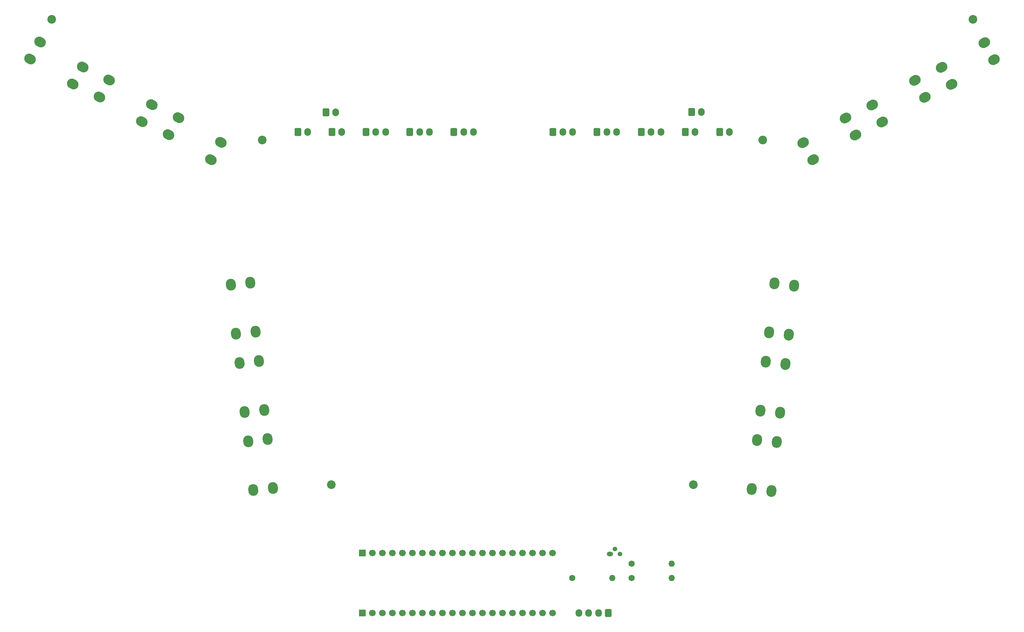
<source format=gbr>
%TF.GenerationSoftware,KiCad,Pcbnew,(6.0.1)*%
%TF.CreationDate,2022-11-23T14:03:38+01:00*%
%TF.ProjectId,992 GT3R PCB 2,39393220-4754-4335-9220-50434220322e,rev?*%
%TF.SameCoordinates,Original*%
%TF.FileFunction,Soldermask,Bot*%
%TF.FilePolarity,Negative*%
%FSLAX46Y46*%
G04 Gerber Fmt 4.6, Leading zero omitted, Abs format (unit mm)*
G04 Created by KiCad (PCBNEW (6.0.1)) date 2022-11-23 14:03:38*
%MOMM*%
%LPD*%
G01*
G04 APERTURE LIST*
G04 Aperture macros list*
%AMRoundRect*
0 Rectangle with rounded corners*
0 $1 Rounding radius*
0 $2 $3 $4 $5 $6 $7 $8 $9 X,Y pos of 4 corners*
0 Add a 4 corners polygon primitive as box body*
4,1,4,$2,$3,$4,$5,$6,$7,$8,$9,$2,$3,0*
0 Add four circle primitives for the rounded corners*
1,1,$1+$1,$2,$3*
1,1,$1+$1,$4,$5*
1,1,$1+$1,$6,$7*
1,1,$1+$1,$8,$9*
0 Add four rect primitives between the rounded corners*
20,1,$1+$1,$2,$3,$4,$5,0*
20,1,$1+$1,$4,$5,$6,$7,0*
20,1,$1+$1,$6,$7,$8,$9,0*
20,1,$1+$1,$8,$9,$2,$3,0*%
%AMHorizOval*
0 Thick line with rounded ends*
0 $1 width*
0 $2 $3 position (X,Y) of the first rounded end (center of the circle)*
0 $4 $5 position (X,Y) of the second rounded end (center of the circle)*
0 Add line between two ends*
20,1,$1,$2,$3,$4,$5,0*
0 Add two circle primitives to create the rounded ends*
1,1,$1,$2,$3*
1,1,$1,$4,$5*%
G04 Aperture macros list end*
%ADD10C,2.200000*%
%ADD11HorizOval,2.500000X0.216069X0.125755X-0.216069X-0.125755X0*%
%ADD12HorizOval,2.500000X0.027434X0.248490X-0.027434X-0.248490X0*%
%ADD13HorizOval,2.500000X0.026566X-0.248584X-0.026566X0.248584X0*%
%ADD14HorizOval,2.500000X0.216069X-0.125755X-0.216069X0.125755X0*%
%ADD15C,1.600000*%
%ADD16O,1.600000X1.600000*%
%ADD17RoundRect,0.250000X-0.600000X-0.750000X0.600000X-0.750000X0.600000X0.750000X-0.600000X0.750000X0*%
%ADD18O,1.700000X2.000000*%
%ADD19RoundRect,0.250000X-0.600000X-0.725000X0.600000X-0.725000X0.600000X0.725000X-0.600000X0.725000X0*%
%ADD20O,1.700000X1.950000*%
%ADD21RoundRect,0.250000X0.600000X0.725000X-0.600000X0.725000X-0.600000X-0.725000X0.600000X-0.725000X0*%
%ADD22O,1.600000X1.200000*%
%ADD23O,1.200000X1.200000*%
%ADD24C,1.700000*%
%ADD25R,1.700000X1.700000*%
G04 APERTURE END LIST*
D10*
%TO.C,H4*%
X194260000Y67320000D03*
%TD*%
D11*
%TO.C,SW11*%
X250433435Y170037749D03*
X239630000Y163750000D03*
X252948535Y165716375D03*
X242145100Y159428626D03*
%TD*%
D10*
%TO.C,H5*%
X265210000Y185510000D03*
%TD*%
D12*
%TO.C,SW9*%
X214800938Y118446592D03*
X213429259Y106022080D03*
X219770743Y117897920D03*
X218399064Y105473408D03*
%TD*%
D13*
%TO.C,SW6*%
X87549996Y66481048D03*
X86221695Y78910272D03*
X81250005Y78378952D03*
X82578306Y65949727D03*
%TD*%
D14*
%TO.C,SW3*%
X74349267Y154256813D03*
X63545832Y160544562D03*
X71834167Y149935439D03*
X61030732Y156223188D03*
%TD*%
D13*
%TO.C,SW5*%
X84011695Y98750272D03*
X85339996Y86321048D03*
X79040005Y98218952D03*
X80368306Y85789727D03*
%TD*%
D10*
%TO.C,H1*%
X31430000Y185510000D03*
%TD*%
D15*
%TO.C,R3*%
X178550000Y47255000D03*
D16*
X188710000Y47255000D03*
%TD*%
D10*
%TO.C,H6*%
X211840000Y154900000D03*
%TD*%
D15*
%TO.C,R1*%
X163480000Y43630000D03*
D16*
X173640000Y43630000D03*
%TD*%
D14*
%TO.C,SW2*%
X56809267Y163866813D03*
X46005832Y170154562D03*
X54294167Y159545439D03*
X43490732Y165833188D03*
%TD*%
D11*
%TO.C,SW10*%
X232873435Y160494561D03*
X222070000Y154206812D03*
X224585100Y149885438D03*
X235388535Y156173187D03*
%TD*%
D13*
%TO.C,SW4*%
X83149996Y106221048D03*
X81821695Y118650272D03*
X78178306Y105689727D03*
X76850005Y118118952D03*
%TD*%
D14*
%TO.C,SW1*%
X39259267Y173456813D03*
X28455832Y179744562D03*
X25940732Y175423188D03*
X36744167Y169135439D03*
%TD*%
D15*
%TO.C,R2*%
X178590000Y43655000D03*
D16*
X188750000Y43655000D03*
%TD*%
D12*
%TO.C,SW8*%
X211239259Y86152080D03*
X212610938Y98576592D03*
X217580743Y98027920D03*
X216209064Y85603408D03*
%TD*%
D10*
%TO.C,H2*%
X84800000Y154900000D03*
%TD*%
%TO.C,H3*%
X102380000Y67330000D03*
%TD*%
D12*
%TO.C,SW7*%
X209059259Y66272080D03*
X210430938Y78696592D03*
X214029064Y65723408D03*
X215400743Y78147920D03*
%TD*%
D11*
%TO.C,SW12*%
X257210000Y173330000D03*
X268013435Y179617749D03*
X270528535Y175296375D03*
X259725100Y169008626D03*
%TD*%
D17*
%TO.C,J1*%
X93880000Y156905000D03*
D18*
X96380000Y156905000D03*
%TD*%
D19*
%TO.C,J5*%
X111130000Y156905000D03*
D20*
X113630000Y156905000D03*
X116130000Y156905000D03*
%TD*%
D21*
%TO.C,USBin1*%
X172670000Y34720000D03*
D20*
X170170000Y34720000D03*
X167670000Y34720000D03*
X165170000Y34720000D03*
%TD*%
D17*
%TO.C,J12*%
X100990000Y161950000D03*
D18*
X103490000Y161950000D03*
%TD*%
D19*
%TO.C,J6*%
X180980000Y156930000D03*
D20*
X183480000Y156930000D03*
X185980000Y156930000D03*
%TD*%
D22*
%TO.C,Q1*%
X173019724Y49714724D03*
D23*
X174289724Y50984724D03*
X175559724Y49714724D03*
%TD*%
D19*
%TO.C,J10*%
X169755000Y156930000D03*
D20*
X172255000Y156930000D03*
X174755000Y156930000D03*
%TD*%
D19*
%TO.C,J8*%
X133440000Y156885000D03*
D20*
X135940000Y156885000D03*
X138440000Y156885000D03*
%TD*%
D19*
%TO.C,J9*%
X158605000Y156905000D03*
D20*
X161105000Y156905000D03*
X163605000Y156905000D03*
%TD*%
D19*
%TO.C,J7*%
X122260000Y156895000D03*
D20*
X124760000Y156895000D03*
X127260000Y156895000D03*
%TD*%
D17*
%TO.C,J11*%
X193780000Y162000000D03*
D18*
X196280000Y162000000D03*
%TD*%
D17*
%TO.C,J4*%
X200880000Y156930000D03*
D18*
X203380000Y156930000D03*
%TD*%
D17*
%TO.C,J3*%
X192180000Y156930000D03*
D18*
X194680000Y156930000D03*
%TD*%
D24*
%TO.C,U1*%
X158500000Y50000000D03*
X155960000Y50000000D03*
X153420000Y50000000D03*
X150880000Y50000000D03*
X148340000Y50000000D03*
X145800000Y50000000D03*
X143260000Y50000000D03*
X140720000Y50000000D03*
X138180000Y50000000D03*
X135640000Y50000000D03*
X133100000Y50000000D03*
X130560000Y50000000D03*
X128020000Y50000000D03*
X125480000Y50000000D03*
X122940000Y50000000D03*
X120400000Y50000000D03*
X117860000Y50000000D03*
X115320000Y50000000D03*
X112780000Y50000000D03*
D25*
X110240000Y50000000D03*
D24*
X158500000Y34760000D03*
X155960000Y34760000D03*
X153420000Y34760000D03*
X150880000Y34760000D03*
X148340000Y34760000D03*
X145800000Y34760000D03*
X143260000Y34760000D03*
X140720000Y34760000D03*
X138180000Y34760000D03*
X135640000Y34760000D03*
X133100000Y34760000D03*
X130560000Y34760000D03*
X128020000Y34760000D03*
X125480000Y34760000D03*
X122940000Y34760000D03*
X120400000Y34760000D03*
X117860000Y34760000D03*
X115320000Y34760000D03*
X112780000Y34760000D03*
D25*
X110240000Y34760000D03*
%TD*%
D17*
%TO.C,J2*%
X102510000Y156905000D03*
D18*
X105010000Y156905000D03*
%TD*%
M02*

</source>
